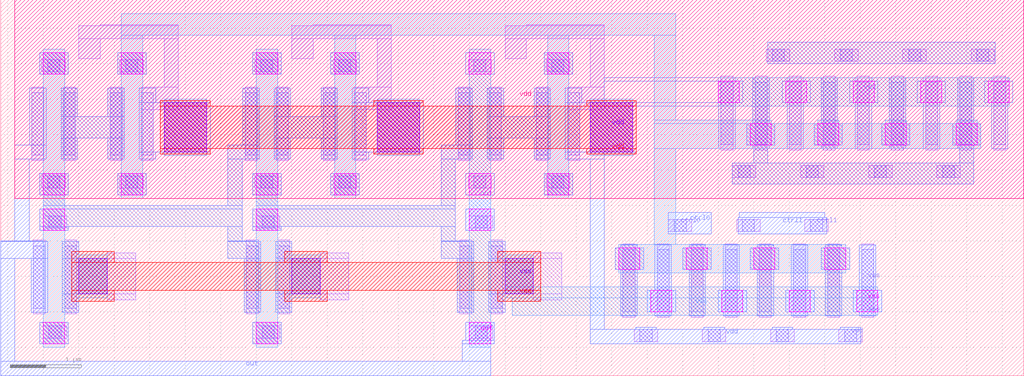
<source format=lef>
VERSION 5.7 ;
  NOWIREEXTENSIONATPIN ON ;
  DIVIDERCHAR "/" ;
  BUSBITCHARS "[]" ;
MACRO test_osc_adj
  CLASS BLOCK ;
  FOREIGN test_osc_adj ;
  ORIGIN 0.100 0.400 ;
  SIZE 14.400 BY 5.300 ;
  PIN vdd
    ANTENNAGATEAREA 0.600000 ;
    ANTENNADIFFAREA 3.110000 ;
    PORT
      LAYER nwell ;
        RECT 0.100 2.100 14.300 4.900 ;
      LAYER li1 ;
        RECT 1.300 4.530 2.400 4.550 ;
        RECT 4.300 4.530 5.400 4.550 ;
        RECT 7.300 4.530 8.400 4.550 ;
        RECT 1.000 4.350 2.400 4.530 ;
        RECT 1.000 4.070 1.300 4.350 ;
        RECT 2.200 3.670 2.400 4.350 ;
        RECT 4.000 4.350 5.400 4.530 ;
        RECT 4.000 4.070 4.300 4.350 ;
        RECT 5.200 3.670 5.400 4.350 ;
        RECT 7.000 4.350 8.400 4.530 ;
        RECT 7.000 4.070 7.300 4.350 ;
        RECT 8.200 3.670 8.400 4.350 ;
        RECT 1.880 3.350 2.400 3.670 ;
        RECT 4.880 3.350 5.400 3.670 ;
        RECT 7.880 3.350 8.400 3.670 ;
        RECT 1.880 2.630 2.050 3.350 ;
        RECT 4.880 2.630 5.050 3.350 ;
        RECT 7.880 2.630 8.050 3.350 ;
        RECT 10.040 2.780 10.210 3.820 ;
        RECT 11.000 2.780 11.170 3.820 ;
        RECT 11.960 2.780 12.130 3.820 ;
        RECT 12.920 2.780 13.090 3.820 ;
        RECT 13.880 2.780 14.050 3.820 ;
        RECT 8.820 0.080 9.150 0.250 ;
        RECT 9.780 0.080 10.110 0.250 ;
        RECT 10.740 0.080 11.070 0.250 ;
        RECT 11.700 0.080 12.030 0.250 ;
      LAYER mcon ;
        RECT 1.880 2.710 2.050 3.590 ;
        RECT 4.880 2.710 5.050 3.590 ;
        RECT 7.880 2.710 8.050 3.590 ;
        RECT 10.040 2.860 10.210 3.740 ;
        RECT 11.000 2.860 11.170 3.740 ;
        RECT 11.960 2.860 12.130 3.740 ;
        RECT 12.920 2.860 13.090 3.740 ;
        RECT 13.880 2.860 14.050 3.740 ;
        RECT 8.900 0.080 9.070 0.250 ;
        RECT 9.860 0.080 10.030 0.250 ;
        RECT 10.820 0.080 10.990 0.250 ;
        RECT 11.780 0.080 11.950 0.250 ;
      LAYER met1 ;
        RECT 8.400 3.750 10.240 3.800 ;
        RECT 10.970 3.750 11.200 3.800 ;
        RECT 11.930 3.750 12.160 3.800 ;
        RECT 12.890 3.750 13.120 3.800 ;
        RECT 13.850 3.750 14.080 3.800 ;
        RECT 1.850 3.450 2.080 3.650 ;
        RECT 4.850 3.450 5.080 3.650 ;
        RECT 7.850 3.450 8.080 3.650 ;
        RECT 8.400 3.450 10.350 3.750 ;
        RECT 10.900 3.450 11.300 3.750 ;
        RECT 11.850 3.450 12.250 3.750 ;
        RECT 12.800 3.450 13.200 3.750 ;
        RECT 13.750 3.450 14.150 3.750 ;
        RECT 1.850 2.750 2.850 3.450 ;
        RECT 4.850 2.750 5.850 3.450 ;
        RECT 7.850 3.400 10.240 3.450 ;
        RECT 7.850 2.750 8.850 3.400 ;
        RECT 10.010 2.800 10.240 3.400 ;
        RECT 10.970 2.800 11.200 3.450 ;
        RECT 11.930 2.800 12.160 3.450 ;
        RECT 12.890 2.800 13.120 3.450 ;
        RECT 13.850 2.800 14.080 3.450 ;
        RECT 1.850 2.650 2.080 2.750 ;
        RECT 4.850 2.650 5.080 2.750 ;
        RECT 7.850 2.650 8.400 2.750 ;
        RECT 8.200 0.250 8.400 2.650 ;
        RECT 8.840 0.250 9.130 0.280 ;
        RECT 9.800 0.250 10.090 0.280 ;
        RECT 10.760 0.250 11.050 0.280 ;
        RECT 11.720 0.250 12.010 0.280 ;
        RECT 8.200 0.050 12.010 0.250 ;
      LAYER via ;
        RECT 10.000 3.450 10.300 3.750 ;
        RECT 10.950 3.450 11.250 3.750 ;
        RECT 11.900 3.450 12.200 3.750 ;
        RECT 12.850 3.450 13.150 3.750 ;
        RECT 13.800 3.450 14.100 3.750 ;
        RECT 2.200 2.750 2.800 3.450 ;
        RECT 5.200 2.750 5.800 3.450 ;
        RECT 8.200 2.750 8.800 3.450 ;
      LAYER met2 ;
        RECT 2.200 2.700 2.800 3.500 ;
        RECT 5.200 2.700 5.800 3.500 ;
        RECT 8.200 2.700 8.800 3.500 ;
        RECT 10.000 3.400 14.100 3.800 ;
      LAYER via2 ;
        RECT 2.200 2.750 2.800 3.450 ;
        RECT 5.200 2.750 5.800 3.450 ;
        RECT 8.200 2.750 8.800 3.450 ;
      LAYER met3 ;
        RECT 2.150 3.400 2.850 3.475 ;
        RECT 5.150 3.400 5.850 3.475 ;
        RECT 8.150 3.400 8.850 3.475 ;
        RECT 2.150 2.800 8.850 3.400 ;
        RECT 2.150 2.725 2.850 2.800 ;
        RECT 5.150 2.725 5.850 2.800 ;
        RECT 8.150 2.725 8.850 2.800 ;
    END
  END vdd
  PIN vss
    ANTENNADIFFAREA 1.300000 ;
    PORT
      LAYER li1 ;
        RECT 9.140 0.420 9.310 1.460 ;
        RECT 10.100 0.420 10.270 1.460 ;
        RECT 11.060 0.420 11.230 1.460 ;
        RECT 12.020 0.420 12.190 1.460 ;
      LAYER mcon ;
        RECT 9.140 0.500 9.310 1.380 ;
        RECT 10.100 0.500 10.270 1.380 ;
        RECT 11.060 0.500 11.230 1.380 ;
        RECT 12.020 0.500 12.190 1.380 ;
      LAYER met1 ;
        RECT 9.110 0.800 9.340 1.440 ;
        RECT 10.070 0.800 10.300 1.440 ;
        RECT 11.030 0.800 11.260 1.440 ;
        RECT 11.990 0.800 12.220 1.440 ;
        RECT 9.000 0.500 9.400 0.800 ;
        RECT 10.000 0.500 10.400 0.800 ;
        RECT 10.950 0.500 11.350 0.800 ;
        RECT 11.900 0.500 12.300 0.800 ;
        RECT 9.110 0.440 9.340 0.500 ;
        RECT 10.070 0.440 10.300 0.500 ;
        RECT 11.030 0.440 11.260 0.500 ;
        RECT 11.990 0.440 12.220 0.500 ;
      LAYER via ;
        RECT 9.050 0.500 9.350 0.800 ;
        RECT 10.050 0.500 10.350 0.800 ;
        RECT 11.000 0.500 11.300 0.800 ;
        RECT 11.950 0.500 12.250 0.800 ;
      LAYER met2 ;
        RECT 1.000 0.700 1.400 1.300 ;
        RECT 4.000 0.700 4.400 1.300 ;
        RECT 7.000 0.850 7.400 1.300 ;
        RECT 7.000 0.700 12.250 0.850 ;
        RECT 7.100 0.450 12.250 0.700 ;
      LAYER via2 ;
        RECT 1.000 0.750 1.400 1.250 ;
        RECT 4.000 0.750 4.400 1.250 ;
        RECT 7.000 0.750 7.400 1.250 ;
      LAYER met3 ;
        RECT 0.900 1.200 1.500 1.350 ;
        RECT 3.900 1.200 4.500 1.350 ;
        RECT 6.900 1.200 7.500 1.350 ;
        RECT 0.900 0.800 7.500 1.200 ;
        RECT 0.900 0.650 1.500 0.800 ;
        RECT 3.900 0.650 4.500 0.800 ;
        RECT 6.900 0.650 7.500 0.800 ;
    END
  END vss
  PIN ctrl0
    ANTENNAGATEAREA 0.150000 ;
    PORT
      LAYER li1 ;
        RECT 9.300 1.630 9.630 1.800 ;
      LAYER mcon ;
        RECT 9.380 1.630 9.550 1.800 ;
      LAYER met1 ;
        RECT 9.300 1.600 9.900 1.900 ;
    END
  END ctrl0
  PIN ctrl1
    ANTENNAGATEAREA 0.300000 ;
    PORT
      LAYER li1 ;
        RECT 10.260 1.630 10.590 1.800 ;
        RECT 11.220 1.630 11.550 1.800 ;
      LAYER mcon ;
        RECT 10.340 1.630 10.510 1.800 ;
        RECT 11.300 1.630 11.470 1.800 ;
      LAYER met1 ;
        RECT 10.300 1.830 11.500 1.900 ;
        RECT 10.280 1.600 11.530 1.830 ;
    END
  END ctrl1
  PIN out
    ANTENNAGATEAREA 0.300000 ;
    ANTENNADIFFAREA 0.580000 ;
    PORT
      LAYER li1 ;
        RECT 6.480 3.885 6.810 4.055 ;
        RECT 0.340 2.630 0.510 3.670 ;
        RECT 6.480 2.245 6.810 2.415 ;
        RECT 6.500 1.680 6.830 1.850 ;
        RECT 0.360 0.470 0.530 1.510 ;
        RECT 6.500 0.130 6.830 0.300 ;
      LAYER mcon ;
        RECT 6.560 3.885 6.730 4.055 ;
        RECT 0.340 2.710 0.510 3.590 ;
        RECT 6.560 2.245 6.730 2.415 ;
        RECT 6.580 1.680 6.750 1.850 ;
        RECT 0.360 0.550 0.530 1.430 ;
        RECT 6.580 0.130 6.750 0.300 ;
      LAYER met1 ;
        RECT 6.450 3.850 6.850 4.150 ;
        RECT 0.310 2.850 0.540 3.650 ;
        RECT 0.100 2.650 0.540 2.850 ;
        RECT 0.100 1.500 0.300 2.650 ;
        RECT 6.450 2.150 6.850 2.450 ;
        RECT 6.500 1.950 6.800 2.150 ;
        RECT 6.450 1.650 6.850 1.950 ;
        RECT -0.100 1.490 0.500 1.500 ;
        RECT -0.100 1.250 0.560 1.490 ;
        RECT -0.100 -0.200 0.100 1.250 ;
        RECT 0.330 0.490 0.560 1.250 ;
        RECT 6.450 0.100 6.850 0.350 ;
        RECT 6.400 0.050 6.850 0.100 ;
        RECT 6.400 -0.200 6.800 0.050 ;
        RECT -0.100 -0.400 6.800 -0.200 ;
      LAYER via ;
        RECT 6.500 3.850 6.800 4.150 ;
        RECT 6.500 2.150 6.800 2.450 ;
        RECT 6.500 1.650 6.800 1.950 ;
        RECT 6.500 0.050 6.800 0.350 ;
      LAYER met2 ;
        RECT 6.500 0.000 6.800 4.200 ;
    END
  END out
  OBS
      LAYER li1 ;
        RECT 0.480 3.885 0.810 4.055 ;
        RECT 1.580 3.885 1.910 4.055 ;
        RECT 3.480 3.885 3.810 4.055 ;
        RECT 4.580 3.885 4.910 4.055 ;
        RECT 7.580 3.885 7.910 4.055 ;
        RECT 10.680 4.035 11.010 4.205 ;
        RECT 11.640 4.035 11.970 4.205 ;
        RECT 12.600 4.035 12.930 4.205 ;
        RECT 13.560 4.035 13.890 4.205 ;
        RECT 0.780 2.630 0.950 3.670 ;
        RECT 1.440 2.630 1.610 3.670 ;
        RECT 3.340 2.630 3.510 3.670 ;
        RECT 3.780 2.630 3.950 3.670 ;
        RECT 4.440 2.630 4.610 3.670 ;
        RECT 6.340 2.630 6.510 3.670 ;
        RECT 6.780 2.630 6.950 3.670 ;
        RECT 7.440 2.630 7.610 3.670 ;
        RECT 10.520 2.780 10.690 3.820 ;
        RECT 11.480 2.780 11.650 3.820 ;
        RECT 12.440 2.780 12.610 3.820 ;
        RECT 13.400 2.780 13.570 3.820 ;
        RECT 0.480 2.245 0.810 2.415 ;
        RECT 1.580 2.245 1.910 2.415 ;
        RECT 3.480 2.245 3.810 2.415 ;
        RECT 4.580 2.245 4.910 2.415 ;
        RECT 7.580 2.245 7.910 2.415 ;
        RECT 10.200 2.395 10.530 2.565 ;
        RECT 11.160 2.395 11.490 2.565 ;
        RECT 12.120 2.395 12.450 2.565 ;
        RECT 13.080 2.395 13.410 2.565 ;
        RECT 0.500 1.680 0.830 1.850 ;
        RECT 3.500 1.680 3.830 1.850 ;
        RECT 0.800 1.250 0.970 1.510 ;
        RECT 1.400 1.250 1.800 1.330 ;
        RECT 0.800 0.750 1.800 1.250 ;
        RECT 0.800 0.470 0.970 0.750 ;
        RECT 1.400 0.670 1.800 0.750 ;
        RECT 3.360 0.470 3.530 1.510 ;
        RECT 3.800 1.250 3.970 1.510 ;
        RECT 4.400 1.250 4.800 1.330 ;
        RECT 3.800 0.750 4.800 1.250 ;
        RECT 3.800 0.470 3.970 0.750 ;
        RECT 4.400 0.670 4.800 0.750 ;
        RECT 6.360 0.470 6.530 1.510 ;
        RECT 6.800 1.250 6.970 1.510 ;
        RECT 7.400 1.250 7.800 1.330 ;
        RECT 6.800 0.750 7.800 1.250 ;
        RECT 6.800 0.470 6.970 0.750 ;
        RECT 7.400 0.670 7.800 0.750 ;
        RECT 8.660 0.420 8.830 1.460 ;
        RECT 9.620 0.420 9.790 1.460 ;
        RECT 10.580 0.420 10.750 1.460 ;
        RECT 11.540 0.420 11.710 1.460 ;
        RECT 0.500 0.130 0.830 0.300 ;
        RECT 3.500 0.130 3.830 0.300 ;
      LAYER mcon ;
        RECT 0.560 3.885 0.730 4.055 ;
        RECT 1.660 3.885 1.830 4.055 ;
        RECT 3.560 3.885 3.730 4.055 ;
        RECT 4.660 3.885 4.830 4.055 ;
        RECT 7.660 3.885 7.830 4.055 ;
        RECT 10.760 4.035 10.930 4.205 ;
        RECT 11.720 4.035 11.890 4.205 ;
        RECT 12.680 4.035 12.850 4.205 ;
        RECT 13.640 4.035 13.810 4.205 ;
        RECT 0.780 2.710 0.950 3.590 ;
        RECT 1.440 2.710 1.610 3.590 ;
        RECT 3.340 2.710 3.510 3.590 ;
        RECT 3.780 2.710 3.950 3.590 ;
        RECT 4.440 2.710 4.610 3.590 ;
        RECT 6.340 2.710 6.510 3.590 ;
        RECT 6.780 2.710 6.950 3.590 ;
        RECT 7.440 2.710 7.610 3.590 ;
        RECT 10.520 2.860 10.690 3.740 ;
        RECT 11.480 2.860 11.650 3.740 ;
        RECT 12.440 2.860 12.610 3.740 ;
        RECT 13.400 2.860 13.570 3.740 ;
        RECT 0.560 2.245 0.730 2.415 ;
        RECT 1.660 2.245 1.830 2.415 ;
        RECT 3.560 2.245 3.730 2.415 ;
        RECT 4.660 2.245 4.830 2.415 ;
        RECT 7.660 2.245 7.830 2.415 ;
        RECT 10.280 2.395 10.450 2.565 ;
        RECT 11.240 2.395 11.410 2.565 ;
        RECT 12.200 2.395 12.370 2.565 ;
        RECT 13.160 2.395 13.330 2.565 ;
        RECT 0.580 1.680 0.750 1.850 ;
        RECT 3.580 1.680 3.750 1.850 ;
        RECT 0.800 0.550 0.970 1.430 ;
        RECT 3.360 0.550 3.530 1.430 ;
        RECT 3.800 0.550 3.970 1.430 ;
        RECT 6.360 0.550 6.530 1.430 ;
        RECT 6.800 0.550 6.970 1.430 ;
        RECT 8.660 0.500 8.830 1.380 ;
        RECT 9.620 0.500 9.790 1.380 ;
        RECT 10.580 0.500 10.750 1.380 ;
        RECT 11.540 0.500 11.710 1.380 ;
        RECT 0.580 0.130 0.750 0.300 ;
        RECT 3.580 0.130 3.750 0.300 ;
      LAYER met1 ;
        RECT 0.450 3.850 0.850 4.150 ;
        RECT 1.550 3.850 1.950 4.150 ;
        RECT 3.450 3.850 3.850 4.150 ;
        RECT 4.550 3.850 4.950 4.150 ;
        RECT 7.550 3.850 7.950 4.150 ;
        RECT 10.700 4.000 13.900 4.300 ;
        RECT 0.750 3.250 0.980 3.650 ;
        RECT 1.410 3.250 1.640 3.650 ;
        RECT 0.750 2.950 1.640 3.250 ;
        RECT 0.750 2.650 0.980 2.950 ;
        RECT 1.410 2.650 1.640 2.950 ;
        RECT 3.310 2.850 3.540 3.650 ;
        RECT 3.100 2.650 3.540 2.850 ;
        RECT 3.750 3.250 3.980 3.650 ;
        RECT 4.410 3.250 4.640 3.650 ;
        RECT 3.750 2.950 4.640 3.250 ;
        RECT 3.750 2.650 3.980 2.950 ;
        RECT 4.410 2.650 4.640 2.950 ;
        RECT 6.310 2.850 6.540 3.650 ;
        RECT 6.100 2.650 6.540 2.850 ;
        RECT 6.750 3.250 6.980 3.650 ;
        RECT 7.410 3.250 7.640 3.650 ;
        RECT 6.750 2.950 7.640 3.250 ;
        RECT 10.490 3.150 10.720 3.800 ;
        RECT 11.450 3.150 11.680 3.800 ;
        RECT 12.410 3.150 12.640 3.800 ;
        RECT 13.370 3.150 13.600 3.800 ;
        RECT 6.750 2.650 6.980 2.950 ;
        RECT 7.410 2.650 7.640 2.950 ;
        RECT 10.400 2.850 10.800 3.150 ;
        RECT 11.350 2.850 11.750 3.150 ;
        RECT 12.300 2.850 12.700 3.150 ;
        RECT 13.300 2.850 13.700 3.150 ;
        RECT 10.490 2.800 10.720 2.850 ;
        RECT 11.450 2.800 11.680 2.850 ;
        RECT 12.410 2.800 12.640 2.850 ;
        RECT 13.370 2.800 13.600 2.850 ;
        RECT 0.450 2.150 0.850 2.450 ;
        RECT 1.550 2.150 1.950 2.450 ;
        RECT 0.500 2.000 0.800 2.150 ;
        RECT 3.100 2.000 3.300 2.650 ;
        RECT 3.450 2.150 3.850 2.450 ;
        RECT 4.550 2.150 4.950 2.450 ;
        RECT 0.500 1.950 3.300 2.000 ;
        RECT 3.500 2.000 3.800 2.150 ;
        RECT 6.100 2.000 6.300 2.650 ;
        RECT 10.500 2.600 10.700 2.800 ;
        RECT 13.400 2.600 13.600 2.800 ;
        RECT 7.550 2.150 7.950 2.450 ;
        RECT 10.200 2.300 13.600 2.600 ;
        RECT 3.500 1.950 6.300 2.000 ;
        RECT 0.450 1.700 3.300 1.950 ;
        RECT 0.450 1.650 0.850 1.700 ;
        RECT 3.100 1.500 3.300 1.700 ;
        RECT 3.450 1.700 6.300 1.950 ;
        RECT 3.450 1.650 3.850 1.700 ;
        RECT 6.100 1.500 6.300 1.700 ;
        RECT 3.100 1.490 3.500 1.500 ;
        RECT 6.100 1.490 6.500 1.500 ;
        RECT 0.770 1.250 1.000 1.490 ;
        RECT 3.100 1.250 3.560 1.490 ;
        RECT 0.770 0.750 1.400 1.250 ;
        RECT 0.770 0.490 1.000 0.750 ;
        RECT 3.330 0.490 3.560 1.250 ;
        RECT 3.770 1.250 4.000 1.490 ;
        RECT 6.100 1.250 6.560 1.490 ;
        RECT 3.770 0.750 4.400 1.250 ;
        RECT 3.770 0.490 4.000 0.750 ;
        RECT 6.330 0.490 6.560 1.250 ;
        RECT 6.770 1.250 7.000 1.490 ;
        RECT 8.630 1.400 8.860 1.440 ;
        RECT 9.590 1.400 9.820 1.440 ;
        RECT 10.550 1.400 10.780 1.440 ;
        RECT 11.510 1.400 11.740 1.440 ;
        RECT 6.770 0.750 7.400 1.250 ;
        RECT 8.550 1.100 8.950 1.400 ;
        RECT 9.500 1.100 9.900 1.400 ;
        RECT 10.450 1.100 10.850 1.400 ;
        RECT 11.450 1.100 11.850 1.400 ;
        RECT 6.770 0.490 7.000 0.750 ;
        RECT 8.630 0.440 8.860 1.100 ;
        RECT 9.590 0.440 9.820 1.100 ;
        RECT 10.550 0.440 10.780 1.100 ;
        RECT 11.510 0.440 11.740 1.100 ;
        RECT 0.450 0.050 0.850 0.350 ;
        RECT 3.450 0.050 3.850 0.350 ;
      LAYER via ;
        RECT 0.500 3.850 0.800 4.150 ;
        RECT 1.600 3.850 1.900 4.150 ;
        RECT 3.500 3.850 3.800 4.150 ;
        RECT 4.600 3.850 4.900 4.150 ;
        RECT 7.600 3.850 7.900 4.150 ;
        RECT 10.450 2.850 10.750 3.150 ;
        RECT 11.400 2.850 11.700 3.150 ;
        RECT 12.350 2.850 12.650 3.150 ;
        RECT 13.350 2.850 13.650 3.150 ;
        RECT 0.500 2.150 0.800 2.450 ;
        RECT 1.600 2.150 1.900 2.450 ;
        RECT 3.500 2.150 3.800 2.450 ;
        RECT 4.600 2.150 4.900 2.450 ;
        RECT 7.600 2.150 7.900 2.450 ;
        RECT 0.500 1.650 0.800 1.950 ;
        RECT 3.500 1.650 3.800 1.950 ;
        RECT 8.600 1.100 8.900 1.400 ;
        RECT 9.550 1.100 9.850 1.400 ;
        RECT 10.500 1.100 10.800 1.400 ;
        RECT 11.500 1.100 11.800 1.400 ;
        RECT 0.500 0.050 0.800 0.350 ;
        RECT 3.500 0.050 3.800 0.350 ;
      LAYER met2 ;
        RECT 1.600 4.400 9.400 4.700 ;
        RECT 0.500 0.000 0.800 4.200 ;
        RECT 1.600 2.100 1.900 4.400 ;
        RECT 3.500 0.000 3.800 4.200 ;
        RECT 4.600 2.100 4.900 4.400 ;
        RECT 7.600 2.100 7.900 4.400 ;
        RECT 9.100 3.200 9.400 4.400 ;
        RECT 9.100 3.150 10.750 3.200 ;
        RECT 11.400 3.150 11.700 3.200 ;
        RECT 12.350 3.150 12.650 3.200 ;
        RECT 13.350 3.150 13.650 3.200 ;
        RECT 9.100 2.800 13.700 3.150 ;
        RECT 9.100 1.450 9.400 2.800 ;
        RECT 8.600 1.050 11.800 1.450 ;
  END
END test_osc_adj
END LIBRARY


</source>
